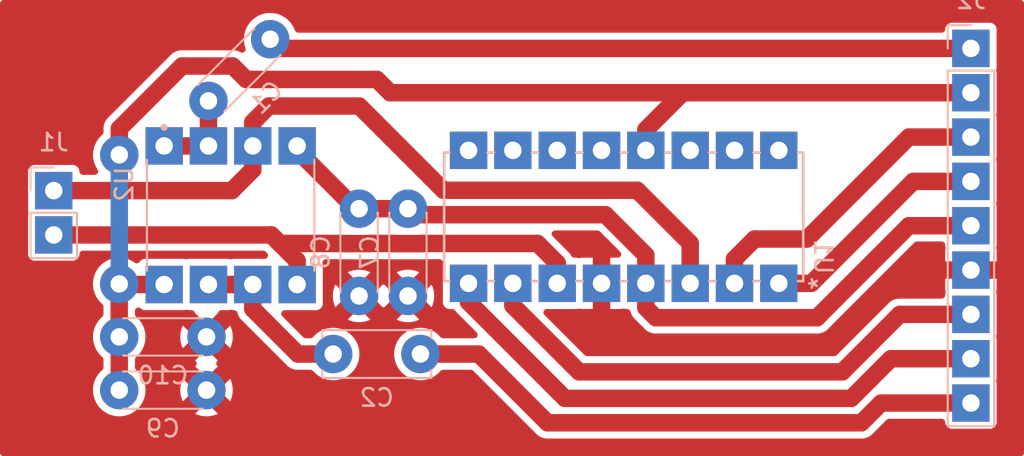
<source format=kicad_pcb>
(kicad_pcb (version 20221018) (generator pcbnew)
  (layers (0 "F.Cu" signal) (31 "B.Cu" signal) (35 "F.Paste" user) (37 "F.SilkS" user "F.Silkscreen") (39 "F.Mask" user) (44 "Edge.Cuts" user))
  (net 0 "")
  (net 1 "/DigiSelect1")
  (net 2 "GND")
  (net 10 "/DigiSelect2")
  (net 11 "/CURR_CH1")
  (net 12 "/CURR_CH2")
  (net 13 "/ADC_CH1")
  (net 14 "/ADC_CH2")
  (net 15 "/CH1")
  (net 16 "/CH2")
  (net 17 "/+12V")
  (net 18 "/-12V")
  (net 19 "/Neg1_Feedback")
  (net 20 "/Neg2_FeedBack")
  (footprint "Connector_PinSocket_2.54mm:PinSocket_1x02_P2.54mm_Vertical" (layer "B.Cu") (at 3.08 10.922 180)
    (fp_text reference "J1" (at 0 2.77) (layer "B.SilkS") (effects (justify mirror)))
    (fp_text value "Conn_01x02")
    (fp_line (start -1.33 -3.87) (end 1.33 -3.87) (stroke (width 0.12)) (layer "B.SilkS"))
    (fp_line (start -1.33 -1.27) (end -1.33 -3.87) (stroke (width 0.12)) (layer "B.SilkS"))
    (fp_line (start -1.33 -1.27) (end 1.33 -1.27) (stroke (width 0.12)) (layer "B.SilkS"))
    (fp_line (start 0 1.33) (end 1.33 1.33) (stroke (width 0.12)) (layer "B.SilkS"))
    (fp_line (start 1.33 -1.27) (end 1.33 -3.87) (stroke (width 0.12)) (layer "B.SilkS"))
    (fp_line (start 1.33 1.33) (end 1.33 0) (stroke (width 0.12)) (layer "B.SilkS"))
    (pad "1" thru_hole rect (at 0 0 180) (size 2.14 2.14) (drill 1) (layers "*.Cu" "*.Mask") (net 15 "/CH1"))
    (pad "2" thru_hole rect (at 0 -2.54 180) (size 2.14 2.14) (drill 1) (layers "*.Cu" "*.Mask") (net 16 "/CH2"))
  )
  (footprint "Capacitor_THT:C_Disc_D4.3mm_W1.9mm_P5.00mm" (layer "B.Cu") (at 6.8326 19.304)
    (fp_text reference "C10" (at 2.5 2.2) (layer "B.SilkS") (effects (justify mirror)))
    (fp_text value "1n")
    (fp_line (start 0.23 -1.07) (end 4.77 -1.07) (stroke (width 0.12)) (layer "B.SilkS"))
    (fp_line (start 0.23 -1.055) (end 0.23 -1.07) (stroke (width 0.12)) (layer "B.SilkS"))
    (fp_line (start 0.23 1.07) (end 0.23 1.055) (stroke (width 0.12)) (layer "B.SilkS"))
    (fp_line (start 0.23 1.07) (end 4.77 1.07) (stroke (width 0.12)) (layer "B.SilkS"))
    (fp_line (start 4.77 -1.055) (end 4.77 -1.07) (stroke (width 0.12)) (layer "B.SilkS"))
    (fp_line (start 4.77 1.07) (end 4.77 1.055) (stroke (width 0.12)) (layer "B.SilkS"))
    (pad "1" thru_hole circle (at 0 0) (size 2.2 2.2) (drill 1) (layers "*.Cu" "*.Mask") (net 17 "/+12V"))
    (pad "2" thru_hole circle (at 5 0) (size 2.2 2.2) (drill 1) (layers "*.Cu" "*.Mask") (net 2 "GND"))
  )
  (footprint "Capacitor_THT:C_Disc_D4.3mm_W1.9mm_P5.00mm" (layer "B.Cu") (at 6.8326 22.352)
    (fp_text reference "C9" (at 2.5 2.2) (layer "B.SilkS") (effects (justify mirror)))
    (fp_text value "1µ")
    (fp_line (start 0.23 -1.07) (end 4.77 -1.07) (stroke (width 0.12)) (layer "B.SilkS"))
    (fp_line (start 0.23 -1.055) (end 0.23 -1.07) (stroke (width 0.12)) (layer "B.SilkS"))
    (fp_line (start 0.23 1.07) (end 0.23 1.055) (stroke (width 0.12)) (layer "B.SilkS"))
    (fp_line (start 0.23 1.07) (end 4.77 1.07) (stroke (width 0.12)) (layer "B.SilkS"))
    (fp_line (start 4.77 -1.055) (end 4.77 -1.07) (stroke (width 0.12)) (layer "B.SilkS"))
    (fp_line (start 4.77 1.07) (end 4.77 1.055) (stroke (width 0.12)) (layer "B.SilkS"))
    (pad "1" thru_hole circle (at 0 0) (size 2.2 2.2) (drill 1) (layers "*.Cu" "*.Mask") (net 17 "/+12V"))
    (pad "2" thru_hole circle (at 5 0) (size 2.2 2.2) (drill 1) (layers "*.Cu" "*.Mask") (net 2 "GND"))
  )
  (footprint "Capacitor_THT:C_Disc_D4.3mm_W1.9mm_P5.00mm" (layer "B.Cu") (at 23.375 11.958 -90)
    (fp_text reference "C7" (at 2.5 2.2 90) (layer "B.SilkS") (effects (justify mirror)))
    (fp_text value "1µ")
    (fp_line (start 0.23 -1.07) (end 4.77 -1.07) (stroke (width 0.12)) (layer "B.SilkS"))
    (fp_line (start 0.23 -1.055) (end 0.23 -1.07) (stroke (width 0.12)) (layer "B.SilkS"))
    (fp_line (start 0.23 1.07) (end 0.23 1.055) (stroke (width 0.12)) (layer "B.SilkS"))
    (fp_line (start 0.23 1.07) (end 4.77 1.07) (stroke (width 0.12)) (layer "B.SilkS"))
    (fp_line (start 4.77 -1.055) (end 4.77 -1.07) (stroke (width 0.12)) (layer "B.SilkS"))
    (fp_line (start 4.77 1.07) (end 4.77 1.055) (stroke (width 0.12)) (layer "B.SilkS"))
    (pad "1" thru_hole circle (at 0 0 270) (size 2.2 2.2) (drill 1) (layers "*.Cu" "*.Mask") (net 18 "/-12V"))
    (pad "2" thru_hole circle (at 5 0 270) (size 2.2 2.2) (drill 1) (layers "*.Cu" "*.Mask") (net 2 "GND"))
  )
  (footprint "Capacitor_THT:C_Disc_D4.3mm_W1.9mm_P5.00mm" (layer "B.Cu") (at 11.945 5.782 45)
    (fp_text reference "C1" (at 2.5 2.2 45) (layer "B.SilkS") (effects (justify mirror)))
    (fp_text value "1µ")
    (fp_line (start 0.23 -1.07) (end 4.77 -1.07) (stroke (width 0.12)) (layer "B.SilkS"))
    (fp_line (start 0.23 -1.055) (end 0.23 -1.07) (stroke (width 0.12)) (layer "B.SilkS"))
    (fp_line (start 0.23 1.07) (end 0.23 1.055) (stroke (width 0.12)) (layer "B.SilkS"))
    (fp_line (start 0.23 1.07) (end 4.77 1.07) (stroke (width 0.12)) (layer "B.SilkS"))
    (fp_line (start 4.77 -1.055) (end 4.77 -1.07) (stroke (width 0.12)) (layer "B.SilkS"))
    (fp_line (start 4.77 1.07) (end 4.77 1.055) (stroke (width 0.12)) (layer "B.SilkS"))
    (pad "1" thru_hole circle (at 0 0 45) (size 2.2 2.2) (drill 1) (layers "*.Cu" "*.Mask") (net 19 "/Neg1_Feedback"))
    (pad "2" thru_hole circle (at 5 0 45) (size 2.2 2.2) (drill 1) (layers "*.Cu" "*.Mask") (net 13 "/ADC_CH1"))
  )
  (footprint "ADG442:N_16_ADI" (layer "B.Cu") (at 44.627 16.236 90)
    (fp_text reference "U1" (at 1.524 2.54 -90 unlocked) (layer "B.SilkS") (effects (justify mirror)))
    (fp_text value "ADG442BNZ")
    (fp_text user "*" (at 0 2.286 90) (layer "B.SilkS") (effects (justify mirror)))
    (fp_line (start 0.127 -19.177) (end 7.493 -19.177) (stroke (width 0.1524)) (layer "B.SilkS"))
    (fp_line (start 0.127 -18.867348) (end 0.127 -19.177) (stroke (width 0.1524)) (layer "B.SilkS"))
    (fp_line (start 0.127 -16.327348) (end 0.127 -16.692652) (stroke (width 0.1524)) (layer "B.SilkS"))
    (fp_line (start 0.127 -13.787348) (end 0.127 -14.152652) (stroke (width 0.1524)) (layer "B.SilkS"))
    (fp_line (start 0.127 -11.247348) (end 0.127 -11.612652) (stroke (width 0.1524)) (layer "B.SilkS"))
    (fp_line (start 0.127 -8.707348) (end 0.127 -9.072652) (stroke (width 0.1524)) (layer "B.SilkS"))
    (fp_line (start 0.127 -6.167348) (end 0.127 -6.532652) (stroke (width 0.1524)) (layer "B.SilkS"))
    (fp_line (start 0.127 -3.627348) (end 0.127 -3.992652) (stroke (width 0.1524)) (layer "B.SilkS"))
    (fp_line (start 0.127 -1.09474) (end 0.127 -1.452652) (stroke (width 0.1524)) (layer "B.SilkS"))
    (fp_line (start 0.127 1.397) (end 0.127 1.09474) (stroke (width 0.1524)) (layer "B.SilkS"))
    (fp_line (start 7.493 -19.177) (end 7.493 -18.867348) (stroke (width 0.1524)) (layer "B.SilkS"))
    (fp_line (start 7.493 -16.692652) (end 7.493 -16.327348) (stroke (width 0.1524)) (layer "B.SilkS"))
    (fp_line (start 7.493 -14.152652) (end 7.493 -13.787348) (stroke (width 0.1524)) (layer "B.SilkS"))
    (fp_line (start 7.493 -11.612652) (end 7.493 -11.247348) (stroke (width 0.1524)) (layer "B.SilkS"))
    (fp_line (start 7.493 -9.072652) (end 7.493 -8.707348) (stroke (width 0.1524)) (layer "B.SilkS"))
    (fp_line (start 7.493 -6.532652) (end 7.493 -6.167348) (stroke (width 0.1524)) (layer "B.SilkS"))
    (fp_line (start 7.493 -3.992652) (end 7.493 -3.627348) (stroke (width 0.1524)) (layer "B.SilkS"))
    (fp_line (start 7.493 -1.452652) (end 7.493 -1.087348) (stroke (width 0.1524)) (layer "B.SilkS"))
    (fp_line (start 7.493 1.087348) (end 7.493 1.397) (stroke (width 0.1524)) (layer "B.SilkS"))
    (fp_line (start 7.493 1.397) (end 0.127 1.397) (stroke (width 0.1524)) (layer "B.SilkS"))
    (pad "1" thru_hole rect (at 0 0 90) (size 2.14 2.14) (drill 1) (layers "*.Cu" "*.Mask") (net 1 "/DigiSelect1"))
    (pad "2" thru_hole rect (at 0 -2.54 90) (size 2.14 2.14) (drill 1) (layers "*.Cu" "*.Mask") (net 11 "/CURR_CH1"))
    (pad "3" thru_hole rect (at 0 -5.08 90) (size 2.14 2.14) (drill 1) (layers "*.Cu" "*.Mask") (net 15 "/CH1"))
    (pad "4" thru_hole rect (at 0 -7.62 90) (size 2.14 2.14) (drill 1) (layers "*.Cu" "*.Mask") (net 18 "/-12V"))
    (pad "5" thru_hole rect (at 0 -10.16 90) (size 2.14 2.14) (drill 1) (layers "*.Cu" "*.Mask") (net 2 "GND"))
    (pad "6" thru_hole rect (at 0 -12.7 90) (size 2.14 2.14) (drill 1) (layers "*.Cu" "*.Mask") (net 16 "/CH2"))
    (pad "7" thru_hole rect (at 0 -15.24 90) (size 2.14 2.14) (drill 1) (layers "*.Cu" "*.Mask") (net 12 "/CURR_CH2"))
    (pad "8" thru_hole rect (at 0 -17.78 90) (size 2.14 2.14) (drill 1) (layers "*.Cu" "*.Mask") (net 10 "/DigiSelect2"))
    (pad "9" thru_hole rect (at 7.62 -17.78 90) (size 2.14 2.14) (drill 1) (layers "*.Cu" "*.Mask"))
    (pad "10" thru_hole rect (at 7.62 -15.24 90) (size 2.14 2.14) (drill 1) (layers "*.Cu" "*.Mask"))
    (pad "11" thru_hole rect (at 7.62 -12.7 90) (size 2.14 2.14) (drill 1) (layers "*.Cu" "*.Mask"))
    (pad "12" thru_hole rect (at 7.62 -10.16 90) (size 2.14 2.14) (drill 1) (layers "*.Cu" "*.Mask"))
    (pad "13" thru_hole rect (at 7.62 -7.62 90) (size 2.14 2.14) (drill 1) (layers "*.Cu" "*.Mask") (net 17 "/+12V"))
    (pad "14" thru_hole rect (at 7.62 -5.08 90) (size 2.14 2.14) (drill 1) (layers "*.Cu" "*.Mask"))
    (pad "15" thru_hole rect (at 7.62 -2.54 90) (size 2.14 2.14) (drill 1) (layers "*.Cu" "*.Mask"))
    (pad "16" thru_hole rect (at 7.62 0 90) (size 2.14 2.14) (drill 1) (layers "*.Cu" "*.Mask"))
  )
  (footprint "LF412:LF412CN" (layer "B.Cu") (at 13.215 12.332 -90)
    (fp_text reference "U2" (at -1.778 6.096 90) (layer "B.SilkS") (effects (justify mirror)))
    (fp_text value "LF412CN")
    (fp_line (start -3.175 -4.795) (end 3.175 -4.795) (stroke (width 0.127)) (layer "B.SilkS"))
    (fp_line (start -3.175 4.795) (end 3.175 4.795) (stroke (width 0.127)) (layer "B.SilkS"))
    (fp_circle (center -5.035 3.81) (end -4.935 3.81) (stroke (width 0.2)) (fill none) (layer "B.SilkS"))
    (pad "1" thru_hole rect (at -3.97 3.81 270) (size 2.14 2.14) (drill 1) (layers "*.Cu" "*.Mask") (net 19 "/Neg1_Feedback"))
    (pad "2" thru_hole rect (at -3.97 1.27 270) (size 2.14 2.14) (drill 1) (layers "*.Cu" "*.Mask") (net 19 "/Neg1_Feedback"))
    (pad "3" thru_hole rect (at -3.97 -1.27 270) (size 2.14 2.14) (drill 1) (layers "*.Cu" "*.Mask") (net 15 "/CH1"))
    (pad "4" thru_hole rect (at -3.97 -3.81 270) (size 2.14 2.14) (drill 1) (layers "*.Cu" "*.Mask") (net 18 "/-12V"))
    (pad "5" thru_hole rect (at 3.97 -3.81 270) (size 2.14 2.14) (drill 1) (layers "*.Cu" "*.Mask") (net 16 "/CH2"))
    (pad "6" thru_hole rect (at 3.97 -1.27 270) (size 2.14 2.14) (drill 1) (layers "*.Cu" "*.Mask") (net 20 "/Neg2_FeedBack"))
    (pad "7" thru_hole rect (at 3.97 1.27 270) (size 2.14 2.14) (drill 1) (layers "*.Cu" "*.Mask") (net 20 "/Neg2_FeedBack"))
    (pad "8" thru_hole rect (at 3.97 3.81 270) (size 2.14 2.14) (drill 1) (layers "*.Cu" "*.Mask") (net 17 "/+12V"))
  )
  (footprint "Capacitor_THT:C_Disc_D6.0mm_W2.5mm_P5.00mm" (layer "B.Cu") (at 19.09 20.2854)
    (fp_text reference "C2" (at 2.5 2.5) (layer "B.SilkS") (effects (justify mirror)))
    (fp_text value "1µ")
    (fp_line (start -0.62 -1.37) (end 5.62 -1.37) (stroke (width 0.12)) (layer "B.SilkS"))
    (fp_line (start -0.62 -0.925) (end -0.62 -1.37) (stroke (width 0.12)) (layer "B.SilkS"))
    (fp_line (start -0.62 1.37) (end -0.62 0.925) (stroke (width 0.12)) (layer "B.SilkS"))
    (fp_line (start -0.62 1.37) (end 5.62 1.37) (stroke (width 0.12)) (layer "B.SilkS"))
    (fp_line (start 5.62 -0.925) (end 5.62 -1.37) (stroke (width 0.12)) (layer "B.SilkS"))
    (fp_line (start 5.62 1.37) (end 5.62 0.925) (stroke (width 0.12)) (layer "B.SilkS"))
    (pad "1" thru_hole circle (at 0 0) (size 2.2 2.2) (drill 1) (layers "*.Cu" "*.Mask") (net 20 "/Neg2_FeedBack"))
    (pad "2" thru_hole circle (at 5 0) (size 2.2 2.2) (drill 1) (layers "*.Cu" "*.Mask") (net 14 "/ADC_CH2"))
  )
  (footprint "Connector_PinSocket_2.54mm:PinSocket_1x09_P2.54mm_Vertical" (layer "B.Cu") (at 55.633 2.774 180)
    (fp_text reference "J2" (at 0 2.77) (layer "B.SilkS") (effects (justify mirror)))
    (fp_text value "Conn_01x09")
    (fp_line (start -1.33 -21.65) (end 1.33 -21.65) (stroke (width 0.12)) (layer "B.SilkS"))
    (fp_line (start -1.33 -1.27) (end -1.33 -21.65) (stroke (width 0.12)) (layer "B.SilkS"))
    (fp_line (start -1.33 -1.27) (end 1.33 -1.27) (stroke (width 0.12)) (layer "B.SilkS"))
    (fp_line (start 0 1.33) (end 1.33 1.33) (stroke (width 0.12)) (layer "B.SilkS"))
    (fp_line (start 1.33 -1.27) (end 1.33 -21.65) (stroke (width 0.12)) (layer "B.SilkS"))
    (fp_line (start 1.33 1.33) (end 1.33 0) (stroke (width 0.12)) (layer "B.SilkS"))
    (pad "1" thru_hole rect (at 0 0 180) (size 2.14 2.14) (drill 1) (layers "*.Cu" "*.Mask") (net 13 "/ADC_CH1"))
    (pad "2" thru_hole rect (at 0 -2.54 180) (size 2.14 2.14) (drill 1) (layers "*.Cu" "*.Mask") (net 17 "/+12V"))
    (pad "3" thru_hole rect (at 0 -5.08 180) (size 2.14 2.14) (drill 1) (layers "*.Cu" "*.Mask") (net 11 "/CURR_CH1"))
    (pad "4" thru_hole rect (at 0 -7.62 180) (size 2.14 2.14) (drill 1) (layers "*.Cu" "*.Mask") (net 1 "/DigiSelect1"))
    (pad "5" thru_hole rect (at 0 -10.16 180) (size 2.14 2.14) (drill 1) (layers "*.Cu" "*.Mask") (net 18 "/-12V"))
    (pad "6" thru_hole rect (at 0 -12.7 180) (size 2.14 2.14) (drill 1) (layers "*.Cu" "*.Mask") (net 2 "GND"))
    (pad "7" thru_hole rect (at 0 -15.24 180) (size 2.14 2.14) (drill 1) (layers "*.Cu" "*.Mask") (net 12 "/CURR_CH2"))
    (pad "8" thru_hole rect (at 0 -17.78 180) (size 2.14 2.14) (drill 1) (layers "*.Cu" "*.Mask") (net 10 "/DigiSelect2"))
    (pad "9" thru_hole rect (at 0 -20.32 180) (size 2.14 2.14) (drill 1) (layers "*.Cu" "*.Mask") (net 14 "/ADC_CH2"))
  )
  (footprint "Capacitor_THT:C_Disc_D4.3mm_W1.9mm_P5.00mm" (layer "B.Cu") (at 20.574 11.958 -90)
    (fp_text reference "C8" (at 2.5 2.2 -270) (layer "B.SilkS") (effects (justify mirror)))
    (fp_text value "1n")
    (fp_line (start 0.23 -1.07) (end 4.77 -1.07) (stroke (width 0.12)) (layer "B.SilkS"))
    (fp_line (start 0.23 -1.055) (end 0.23 -1.07) (stroke (width 0.12)) (layer "B.SilkS"))
    (fp_line (start 0.23 1.07) (end 0.23 1.055) (stroke (width 0.12)) (layer "B.SilkS"))
    (fp_line (start 0.23 1.07) (end 4.77 1.07) (stroke (width 0.12)) (layer "B.SilkS"))
    (fp_line (start 4.77 -1.055) (end 4.77 -1.07) (stroke (width 0.12)) (layer "B.SilkS"))
    (fp_line (start 4.77 1.07) (end 4.77 1.055) (stroke (width 0.12)) (layer "B.SilkS"))
    (pad "1" thru_hole circle (at 0 0 270) (size 2.2 2.2) (drill 1) (layers "*.Cu" "*.Mask") (net 18 "/-12V"))
    (pad "2" thru_hole circle (at 5 0 270) (size 2.2 2.2) (drill 1) (layers "*.Cu" "*.Mask") (net 2 "GND"))
  )
  (segment (start 46.489 16.236) (end 52.331 10.394) (width 1) (layer "F.Cu") (net 1))
  (segment (start 44.627 16.236) (end 46.489 16.236) (width 1) (layer "F.Cu") (net 1))
  (segment (start 52.331 10.394) (end 55.633 10.394) (width 1) (layer "F.Cu") (net 1))
  (segment (start 34.4386 16.2644) (end 34.467 16.236) (width 1) (layer "F.Cu") (net 2))
  (segment (start 26.847 16.236) (end 26.847 17.3034) (width 1) (layer "F.Cu") (net 10))
  (segment (start 32.369 22.8254) (end 48.775 22.8254) (width 1) (layer "F.Cu") (net 10))
  (segment (start 26.847 17.3034) (end 32.369 22.8254) (width 1) (layer "F.Cu") (net 10))
  (segment (start 51.0464 20.554) (end 55.633 20.554) (width 1) (layer "F.Cu") (net 10))
  (segment (start 48.775 22.8254) (end 51.0464 20.554) (width 1) (layer "F.Cu") (net 10))
  (segment (start 42.087 14.842) (end 43.233 13.696) (width 1) (layer "F.Cu") (net 11))
  (segment (start 52.077 7.854) (end 55.633 7.854) (width 1) (layer "F.Cu") (net 11))
  (segment (start 46.235 13.696) (end 52.077 7.854) (width 1) (layer "F.Cu") (net 11))
  (segment (start 42.087 16.236) (end 42.087 14.842) (width 1) (layer "F.Cu") (net 11))
  (segment (start 43.233 13.696) (end 46.235 13.696) (width 1) (layer "F.Cu") (net 11))
  (segment (start 48.261 21.3074) (end 51.5544 18.014) (width 1) (layer "F.Cu") (net 12))
  (segment (start 29.387 17.5134) (end 33.181 21.3074) (width 1) (layer "F.Cu") (net 12))
  (segment (start 29.387 16.236) (end 29.387 17.5134) (width 1) (layer "F.Cu") (net 12))
  (segment (start 51.5544 18.014) (end 55.633 18.014) (width 1) (layer "F.Cu") (net 12))
  (segment (start 33.181 21.3074) (end 48.261 21.3074) (width 1) (layer "F.Cu") (net 12))
  (segment (start 16.008068 2.774) (end 15.480534 2.246466) (width 1) (layer "F.Cu") (net 13))
  (segment (start 55.633 2.774) (end 16.008068 2.774) (width 1) (layer "F.Cu") (net 13))
  (segment (start 24.09 20.2854) (end 27.432 20.2854) (width 1) (layer "F.Cu") (net 14))
  (segment (start 27.432 20.2854) (end 31.372 24.2254) (width 1) (layer "F.Cu") (net 14))
  (segment (start 31.372 24.2254) (end 49.354898 24.2254) (width 1) (layer "F.Cu") (net 14))
  (segment (start 49.354898 24.2254) (end 50.486298 23.094) (width 1) (layer "F.Cu") (net 14))
  (segment (start 50.486298 23.094) (end 55.633 23.094) (width 1) (layer "F.Cu") (net 14))
  (segment (start 25.4108 10.902) (end 20.5848 6.076) (width 1) (layer "F.Cu") (net 15))
  (segment (start 20.5848 6.076) (end 15.411 6.076) (width 1) (layer "F.Cu") (net 15))
  (segment (start 39.547 16.236) (end 39.547 13.936) (width 1) (layer "F.Cu") (net 15))
  (segment (start 14.485 9.722) (end 14.485 8.362) (width 1) (layer "F.Cu") (net 15))
  (segment (start 36.513 10.902) (end 25.4108 10.902) (width 1) (layer "F.Cu") (net 15))
  (segment (start 39.547 13.936) (end 36.513 10.902) (width 1) (layer "F.Cu") (net 15))
  (segment (start 13.285 10.922) (end 14.485 9.722) (width 1) (layer "F.Cu") (net 15))
  (segment (start 14.485 7.002) (end 14.485 8.362) (width 1) (layer "F.Cu") (net 15))
  (segment (start 3.08 10.922) (end 13.285 10.922) (width 1) (layer "F.Cu") (net 15))
  (segment (start 15.411 6.076) (end 14.485 7.002) (width 1) (layer "F.Cu") (net 15))
  (segment (start 24.203428 13.958) (end 22.546572 13.958) (width 1) (layer "F.Cu") (net 16))
  (segment (start 19.490572 13.95) (end 16.033 13.95) (width 1) (layer "F.Cu") (net 16))
  (segment (start 19.498572 13.958) (end 19.490572 13.95) (width 1) (layer "F.Cu") (net 16))
  (segment (start 31.927 16.236) (end 31.927 15.076) (width 1) (layer "F.Cu") (net 16))
  (segment (start 24.211428 13.95) (end 24.203428 13.958) (width 1) (layer "F.Cu") (net 16))
  (segment (start 22.546572 13.958) (end 22.538572 13.95) (width 1) (layer "F.Cu") (net 16))
  (segment (start 17.025 14.942) (end 17.025 16.302) (width 1) (layer "F.Cu") (net 16))
  (segment (start 22.538572 13.95) (end 21.163428 13.95) (width 1) (layer "F.Cu") (net 16))
  (segment (start 15.939 13.856) (end 17.025 14.942) (width 1) (layer "F.Cu") (net 16))
  (segment (start 21.155428 13.958) (end 19.498572 13.958) (width 1) (layer "F.Cu") (net 16))
  (segment (start 16.033 13.95) (end 15.545 13.462) (width 1) (layer "F.Cu") (net 16))
  (segment (start 21.163428 13.95) (end 21.155428 13.958) (width 1) (layer "F.Cu") (net 16))
  (segment (start 3.08 13.462) (end 15.545 13.462) (width 1) (layer "F.Cu") (net 16))
  (segment (start 15.545 13.462) (end 15.939 13.856) (width 1) (layer "F.Cu") (net 16))
  (segment (start 30.801 13.95) (end 24.211428 13.95) (width 1) (layer "F.Cu") (net 16))
  (segment (start 31.927 15.076) (end 30.801 13.95) (width 1) (layer "F.Cu") (net 16))
  (segment (start 39.123 5.314) (end 39.631 5.314) (width 1) (layer "F.Cu") (net 17))
  (segment (start 37.007 7.43) (end 39.123 5.314) (width 1) (layer "F.Cu") (net 17))
  (segment (start 10.429 3.782) (end 13.334 3.782) (width 1) (layer "F.Cu") (net 17))
  (segment (start 6.834998 7.376002) (end 10.429 3.782) (width 1) (layer "F.Cu") (net 17))
  (segment (start 39.631 5.314) (end 55.633 5.314) (width 1) (layer "F.Cu") (net 17))
  (segment (start 22.359 5.314) (end 39.631 5.314) (width 1) (layer "F.Cu") (net 17))
  (segment (start 9.405 16.302) (end 6.865 16.302) (width 1) (layer "F.Cu") (net 17))
  (segment (start 6.831 16.268) (end 6.831 19.3024) (width 1) (layer "F.Cu") (net 17))
  (segment (start 21.597 4.552) (end 22.359 5.314) (width 1) (layer "F.Cu") (net 17))
  (segment (start 37.007 8.616) (end 37.007 7.43) (width 1) (layer "F.Cu") (net 17))
  (segment (start 13.334 3.782) (end 14.104 4.552) (width 1) (layer "F.Cu") (net 17))
  (segment (start 14.104 4.552) (end 21.597 4.552) (width 1) (layer "F.Cu") (net 17))
  (segment (start 6.8326 19.304) (end 6.8326 22.098) (width 1) (layer "F.Cu") (net 17))
  (segment (start 6.865 16.302) (end 6.831 16.268) (width 1) (layer "F.Cu") (net 17))
  (segment (start 6.834998 8.87) (end 6.834998 7.376002) (width 1) (layer "F.Cu") (net 17))
  (segment (start 6.831 19.3024) (end 6.8326 19.304) (width 1) (layer "F.Cu") (net 17))
  (via (at 6.834998 8.87) (size 2.2) (drill 1) (layers "F.Cu" "B.Cu") (net 17))
  (via (at 6.831 16.268) (size 2.2) (drill 1) (layers "F.Cu" "B.Cu") (net 17))
  (segment (start 6.834998 9.4126) (end 6.834998 16.806602) (width 1) (layer "B.Cu") (net 17))
  (segment (start 6.834998 16.806602) (end 6.831 16.8106) (width 1) (layer "B.Cu") (net 17))
  (segment (start 46.818 18.206) (end 46.99 18.034) (width 1) (layer "F.Cu") (net 18))
  (segment (start 34.6886 12.302) (end 37.007 14.6204) (width 1) (layer "F.Cu") (net 18))
  (segment (start 37.007 14.6204) (end 37.007 16.236) (width 1) (layer "F.Cu") (net 18))
  (segment (start 37.007 17.636) (end 37.577 18.206) (width 1) (layer "F.Cu") (net 18))
  (segment (start 23.375 11.958) (end 23.719 12.302) (width 1) (layer "F.Cu") (net 18))
  (segment (start 46.99 18.021) (end 52.077 12.934) (width 1) (layer "F.Cu") (net 18))
  (segment (start 23.719 12.302) (end 34.6886 12.302) (width 1) (layer "F.Cu") (net 18))
  (segment (start 37.007 16.236) (end 37.007 17.636) (width 1) (layer "F.Cu") (net 18))
  (segment (start 20.3746 11.958) (end 20.581 11.958) (width 1) (layer "F.Cu") (net 18))
  (segment (start 52.077 12.934) (end 55.633 12.934) (width 1) (layer "F.Cu") (net 18))
  (segment (start 37.577 18.206) (end 46.818 18.206) (width 1) (layer "F.Cu") (net 18))
  (segment (start 20.581 11.958) (end 23.375 11.958) (width 1) (layer "F.Cu") (net 18))
  (segment (start 17.025 8.362) (end 17.025 8.6084) (width 1) (layer "F.Cu") (net 18))
  (segment (start 17.025 8.6084) (end 20.3746 11.958) (width 1) (layer "F.Cu") (net 18))
  (segment (start 46.99 18.034) (end 46.99 18.021) (width 1) (layer "F.Cu") (net 18))
  (segment (start 11.945 8.362) (end 11.945 5.782) (width 1) (layer "F.Cu") (net 19))
  (segment (start 9.405 8.362) (end 11.945 8.362) (width 1) (layer "F.Cu") (net 19))
  (segment (start 19.09 20.2854) (end 17.0684 20.2854) (width 1) (layer "F.Cu") (net 20))
  (segment (start 11.945 16.302) (end 14.485 16.302) (width 1) (layer "F.Cu") (net 20))
  (segment (start 17.0684 20.2854) (end 14.485 17.702) (width 1) (layer "F.Cu") (net 20))
  (segment (start 14.485 17.702) (end 14.485 16.302) (width 1) (layer "F.Cu") (net 20))
  (zone (net 2) (net_name "GND") (layer "F.Cu") (connect_pads (clearance 0.4)) (min_thickness 0.4) (fill yes (thermal_gap 0.4) (thermal_bridge_width 1))
    (polygon (pts (xy 0 0) (xy 58.681 0) (xy 58.681 26.142) (xy 0 26.142)))
  )
)
</source>
